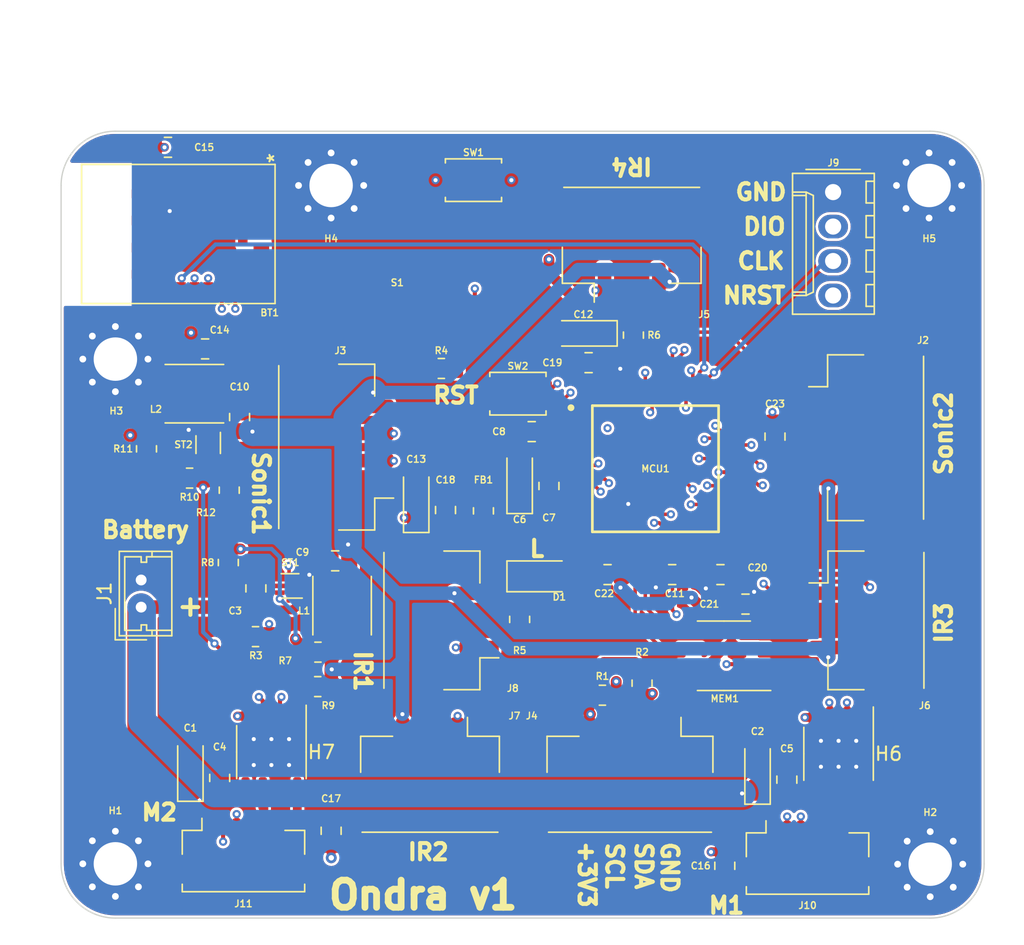
<source format=kicad_pcb>
(kicad_pcb (version 20211014) (generator pcbnew)
  (title_block (title "Ondra") (date "2023-01-18") (company "Krejsole"))
  (layers (0 "F.Cu" signal) (1 "In1.Cu" signal) (2 "In2.Cu" signal) (31 "B.Cu" signal) (34 "B.Paste" user) (35 "F.Paste" user) (36 "B.SilkS" user "B.Silkscreen") (37 "F.SilkS" user "F.Silkscreen") (38 "B.Mask" user) (39 "F.Mask" user) (44 "Edge.Cuts" user))
  (net 0 "")
  (net 1 "GND")
  (net 2 "+3V3")
  (net 3 "+BATT")
  (net 4 "NRST")
  (net 5 "+5V")
  (net 6 "DaL")
  (net 7 "DbL")
  (net 8 "Net-(C6-Pad1)")
  (net 9 "Net-(BT1-Pad19)")
  (net 10 "EbR")
  (net 11 "EaR")
  (net 12 "EbL")
  (net 13 "EaL")
  (net 14 "Net-(L1-Pad1)")
  (net 15 "Net-(L2-Pad1)")
  (net 16 "Net-(MCU1-Pad2)")
  (net 21 "Net-(J2-Pad2)")
  (net 22 "Net-(J2-Pad3)")
  (net 25 "Net-(J3-Pad2)")
  (net 28 "Net-(MCU1-Pad21)")
  (net 29 "Net-(MCU1-Pad22)")
  (net 30 "Net-(MCU1-Pad23)")
  (net 33 "Net-(J3-Pad3)")
  (net 34 "Net-(J5-Pad1)")
  (net 37 "SDA")
  (net 38 "SCL")
  (net 39 "Net-(J9-Pad3)")
  (net 40 "Net-(J6-Pad1)")
  (net 41 "Net-(J9-Pad2)")
  (net 45 "Net-(MCU1-Pad60)")
  (net 48 "Net-(J7-Pad1)")
  (net 49 "FB5V")
  (net 51 "FB3V3")
  (net 55 "Net-(D1-Pad1)")
  (net 56 "Net-(C11-Pad1)")
  (net 57 "Net-(J8-Pad1)")
  (net 66 "Net-(BT1-Pad20)")
  (net 67 "Net-(BT1-Pad21)")
  (net 68 "Net-(BT1-Pad22)")
  (net 69 "Net-(BT1-Pad23)")
  (net 82 "Net-(D1-Pad2)")
  (net 83 "Net-(R10-Pad2)")
  (net 84 "Switch")
  (net 90 "Net-(H7-Pad6)")
  (net 91 "Net-(H7-Pad8)")
  (net 93 "Net-(H6-Pad6)")
  (net 94 "Net-(H6-Pad8)")
  (net 95 "DaR")
  (net 96 "DbR")
  (footprint "Capacitor_Tantalum_SMD:CP_EIA-3216-18_Kemet-A_Pad1.58x1.35mm_HandSolder" (layer "F.Cu") (at 80.137 52.705 180)
    (fp_text reference "C12")
    (fp_text value "10u")
  )
  (footprint "LED_SMD:LED_1206_3216Metric_Pad1.42x1.75mm_HandSolder" (layer "F.Cu") (at 76.962 70.612)
    (fp_text reference "D1")
    (fp_text value "LED")
  )
  (footprint "Resistor_SMD:R_0805_2012Metric_Pad1.20x1.40mm_HandSolder" (layer "F.Cu") (at 55.98 75.057)
    (fp_text reference "R3")
    (fp_text value "100k")
  )
  (footprint "Connector_Molex:Molex_CLIK-Mate_502443-0370_1x03-1MP_P2.00mm_Vertical" (layer "F.Cu") (at 68.834 84.963 180)
    (fp_text reference "J7")
    (fp_text value "NXW-03SMD")
  )
  (footprint "Resistor_SMD:R_0805_2012Metric_Pad1.20x1.40mm_HandSolder" (layer "F.Cu") (at 81.534 79.375 180)
    (fp_text reference "R1")
    (fp_text value "33k")
  )
  (footprint "Package_SO:SOIC-8_3.9x4.9mm_P1.27mm" (layer "F.Cu") (at 90.4857 76.4693 180)
    (fp_text reference "MEM1")
    (fp_text value "AT25M01")
  )
  (footprint "Capacitor_SMD:C_0805_2012Metric_Pad1.18x1.45mm_HandSolder" (layer "F.Cu") (at 52.266 53.848)
    (fp_text reference "C14")
    (fp_text value "22u")
  )
  (footprint "Connector_Molex:Molex_CLIK-Mate_502443-0470_1x04-1MP_P2.00mm_Vertical" (layer "F.Cu") (at 62.201 61.087 90)
    (fp_text reference "J3")
    (fp_text value "NXW-04SMD")
  )
  (footprint "Capacitor_SMD:C_0805_2012Metric_Pad1.18x1.45mm_HandSolder" (layer "F.Cu") (at 92.0747 72.6593)
    (fp_text reference "C21")
    (fp_text value "100n")
  )
  (footprint "MountingHole:MountingHole_3.2mm_M3_Pad_Via" (layer "F.Cu") (at 105.6 41.802)
    (fp_text reference "H5")
    (fp_text value "MountingHole_Pad")
  )
  (footprint "Capacitor_SMD:C_0805_2012Metric_Pad1.18x1.45mm_HandSolder" (layer "F.Cu") (at 56.007 71.501 90)
    (fp_text reference "C3")
    (fp_text value "22u")
  )
  (footprint "Capacitor_SMD:C_0805_2012Metric_Pad1.18x1.45mm_HandSolder" (layer "F.Cu") (at 53.34 85.471 90)
    (fp_text reference "C4")
    (fp_text value "100n")
  )
  (footprint "Connector_Molex:Molex_CLIK-Mate_502443-0470_1x04-1MP_P2.00mm_Vertical" (layer "F.Cu") (at 100.684 60.396 -90)
    (fp_text reference "J2")
    (fp_text value "NXW-04SMD")
  )
  (footprint "Capacitor_SMD:C_0805_2012Metric_Pad1.18x1.45mm_HandSolder" (layer "F.Cu") (at 90.231 70.485 180)
    (fp_text reference "C20")
    (fp_text value "100n")
  )
  (footprint "Connector_Molex:Molex_CLIK-Mate_502443-0370_1x03-1MP_P2.00mm_Vertical" (layer "F.Cu") (at 69.95 73.858 90)
    (fp_text reference "J8")
    (fp_text value "NXW-03SMD")
  )
  (footprint "Resistor_SMD:R_0805_2012Metric_Pad1.20x1.40mm_HandSolder" (layer "F.Cu") (at 84.455 78.486 -90)
    (fp_text reference "R2")
    (fp_text value "33k")
  )
  (footprint "Capacitor_SMD:C_0805_2012Metric_Pad1.18x1.45mm_HandSolder" (layer "F.Cu") (at 90.551 91.948 -90)
    (fp_text reference "C16")
    (fp_text value "100n")
  )
  (footprint "Inductor_SMD:L_Coilcraft_XxL4040" (layer "F.Cu") (at 62.357 72.771 90)
    (fp_text reference "L1")
    (fp_text value "XAL4020-222MEC")
  )
  (footprint "MountingHole:MountingHole_3.2mm_M3_Pad_Via" (layer "F.Cu") (at 105.6834 91.8294)
    (fp_text reference "H2")
    (fp_text value "MountingHole_Pad")
  )
  (footprint "Package_TO_SOT_SMD:SOT-563" (layer "F.Cu") (at 52.493 60.904 -90)
    (fp_text reference "ST2")
    (fp_text value "TPS565242DRLR")
  )
  (footprint "Capacitor_SMD:C_0805_2012Metric_Pad1.18x1.45mm_HandSolder" (layer "F.Cu") (at 61.55 89.3675 90)
    (fp_text reference "C17")
    (fp_text value "100n")
  )
  (footprint "Capacitor_Tantalum_SMD:CP_EIA-3216-18_Kemet-A_Pad1.58x1.35mm_HandSolder" (layer "F.Cu") (at 92.964 84.9225 90)
    (fp_text reference "C2")
    (fp_text value "10u")
  )
  (footprint "Capacitor_SMD:C_0805_2012Metric_Pad1.18x1.45mm_HandSolder" (layer "F.Cu") (at 81.915 70.485 180)
    (fp_text reference "C22")
    (fp_text value "100n")
  )
  (footprint "Connector_Molex:Molex_CLIK-Mate_502443-0370_1x03-1MP_P2.00mm_Vertical" (layer "F.Cu") (at 100.711 73.858 -90)
    (fp_text reference "J6")
    (fp_text value "NXW-03SMD")
  )
  (footprint "Connector_Molex:Molex_CLIK-Mate_502443-0370_1x03-1MP_P2.00mm_Vertical" (layer "F.Cu") (at 83.693 46.453)
    (fp_text reference "J5")
    (fp_text value "NXW-03SMD")
  )
  (footprint "Capacitor_SMD:C_0805_2012Metric" (layer "F.Cu") (at 86.675 70.485 180)
    (fp_text reference "C11")
    (fp_text value "4u7")
  )
  (footprint "Button_Switch_SMD:SW_Push_SPST_NO_Alps_SKRK" (layer "F.Cu") (at 75.311 57.15 180)
    (fp_text reference "SW2")
    (fp_text value "SW_Push")
  )
  (footprint "Capacitor_SMD:C_0805_2012Metric_Pad1.18x1.45mm_HandSolder" (layer "F.Cu") (at 54.806 58.872 90)
    (fp_text reference "C10")
    (fp_text value "22u")
  )
  (footprint "Package_SO:HSOP-8-1EP_3.9x4.9mm_P1.27mm_EP2.41x3.1mm_ThermalVias" (layer "F.Cu") (at 57.15 83.566 -90)
    (fp_text reference "H7")
    (fp_text value "TB67H451AFNG,EL")
  )
  (footprint "Button_Switch_SMD:SW_Push_SPST_NO_Alps_SKRK" (layer "F.Cu") (at 72.036 41.41 180)
    (fp_text reference "SW1")
    (fp_text value "SW_Push")
  )
  (footprint "Connector_Molex:Molex_CLIK-Mate_502443-0470_1x04-1MP_P2.00mm_Vertical" (layer "F.Cu") (at 83.566 84.963 180)
    (fp_text reference "J4")
    (fp_text value "NXW-04SMD")
  )
  (footprint "MountingHole:MountingHole_3.2mm_M3_Pad_Via" (layer "F.Cu") (at 61.5489 41.802)
    (fp_text reference "H4")
    (fp_text value "MountingHole_Pad")
  )
  (footprint "Resistor_SMD:R_0805_2012Metric_Pad1.20x1.40mm_HandSolder" (layer "F.Cu") (at 53.975 69.596 90)
    (fp_text reference "R8")
    (fp_text value "R")
  )
  (footprint "Resistor_SMD:R_0805_2012Metric_Pad1.20x1.40mm_HandSolder" (layer "F.Cu") (at 69.67 55.29)
    (fp_text reference "R4")
    (fp_text value "25k5")
  )
  (footprint "nina-w152-03b:nina-w152-03b" (layer "F.Cu") (at 50.292 45.3777 180)
    (fp_text reference "BT1")
    (fp_text value "NINA-W152-03B")
  )
  (footprint "Capacitor_SMD:C_0805_2012Metric_Pad1.18x1.45mm_HandSolder" (layer "F.Cu") (at 61.849 69.469 180)
    (fp_text reference "C9")
    (fp_text value "22u")
  )
  (footprint "Inductor_SMD:L_Coilcraft_XxL4040" (layer "F.Cu") (at 51.477 57.15 180)
    (fp_text reference "L2")
    (fp_text value "XAL4020-222MEC")
  )
  (footprint "MountingHole:MountingHole_3.2mm_M3_Pad_Via" (layer "F.Cu") (at 45.656 91.802)
    (fp_text reference "H1")
    (fp_text value "MountingHole_Pad")
  )
  (footprint "Capacitor_SMD:C_0805_2012Metric_Pad1.18x1.45mm_HandSolder" (layer "F.Cu") (at 95.123 85.598 90)
    (fp_text reference "C5")
    (fp_text value "100n")
  )
  (footprint "Connector_Molex:Molex_Micro-Latch_53253-0270_1x02_P2.00mm_Vertical" (layer "F.Cu") (at 47.554 72.882 90)
    (fp_text reference "J1")
    (fp_text value "NXW-02")
  )
  (footprint "SamacSys_Parts:MSS6VTR" (layer "F.Cu") (at 72.136 48.966)
    (fp_text reference "S1")
    (fp_text value "JS202011SCQN" hide)
  )
  (footprint "Capacitor_SMD:C_0805_2012Metric_Pad1.18x1.45mm_HandSolder" (layer "F.Cu") (at 80.518 54.864 180)
    (fp_text reference "C19")
    (fp_text value "100n")
  )
  (footprint "Connector_JST:JST_SHL_SM06B-SHLS-TF_1x06-1MP_P1.00mm_Horizontal" (layer "F.Cu") (at 55.091 90.749)
    (fp_text reference "J11")
    (fp_text value "BM06BSRSSTBLFSN")
  )
  (footprint "Capacitor_SMD:C_0805_2012Metric_Pad1.18x1.45mm_HandSolder" (layer "F.Cu") (at 94.25 60.313 -90)
    (fp_text reference "C23")
    (fp_text value "100n")
  )
  (footprint "Resistor_SMD:R_0805_2012Metric_Pad1.20x1.40mm_HandSolder" (layer "F.Cu") (at 47.948 61.214 90)
    (fp_text reference "R11")
    (fp_text value "R")
  )
  (footprint "Resistor_SMD:R_0805_2012Metric_Pad1.20x1.40mm_HandSolder" (layer "F.Cu") (at 51.123 63.373)
    (fp_text reference "R10")
    (fp_text value "25k5")
  )
  (footprint "Connector_Molex:Molex_KK-254_AE-6410-04A_1x04_P2.54mm_Vertical" (layer "F.Cu") (at 98.532 42.291 -90)
    (fp_text reference "J9")
    (fp_text value "22232041")
  )
  (footprint "Resistor_SMD:R_0805_2012Metric_Pad1.20x1.40mm_HandSolder" (layer "F.Cu") (at 83.82 52.832 -90)
    (fp_text reference "R6")
    (fp_text value "10k")
  )
  (footprint "Resistor_SMD:R_0805_2012Metric_Pad1.20x1.40mm_HandSolder" (layer "F.Cu") (at 60.563 78.74 180)
    (fp_text reference "R9")
    (fp_text value "100k")
  )
  (footprint "Capacitor_Tantalum_SMD:CP_EIA-3216-18_Kemet-A_Pad1.58x1.35mm_HandSolder" (layer "F.Cu") (at 75.438 63.5 90)
    (fp_text reference "C6")
    (fp_text value "1u")
  )
  (footprint "Capacitor_SMD:C_0805_2012Metric_Pad1.18x1.45mm_HandSolder" (layer "F.Cu") (at 49.53 38.989)
    (fp_text reference "C15")
    (fp_text value "100n")
  )
  (footprint "Capacitor_SMD:C_0805_2012Metric_Pad1.18x1.45mm_HandSolder" (layer "F.Cu") (at 69.977 65.725 90)
    (fp_text reference "C18")
    (fp_text value "100n")
  )
  (footprint "Resistor_SMD:R_0805_2012Metric_Pad1.20x1.40mm_HandSolder" (layer "F.Cu") (at 75.438 73.787 -90)
    (fp_text reference "R5")
    (fp_text value "1k")
  )
  (footprint "Package_TO_SOT_SMD:SOT-563" (layer "F.Cu") (at 58.52 71.318 180)
    (fp_text reference "ST1")
    (fp_text value "TPS565242DRLR")
  )
  (footprint "Capacitor_SMD:C_0805_2012Metric_Pad1.18x1.45mm_HandSolder" (layer "F.Cu") (at 76.327 59.944)
    (fp_text reference "C8")
    (fp_text value "100n")
  )
  (footprint "Resistor_SMD:R_0805_2012Metric_Pad1.20x1.40mm_HandSolder" (layer "F.Cu") (at 54.044 64.262 90)
    (fp_text reference "R12")
    (fp_text value "R")
  )
  (footprint "Capacitor_SMD:C_0805_2012Metric_Pad1.18x1.45mm_HandSolder" (layer "F.Cu") (at 77.597 63.952 90)
    (fp_text reference "C7")
    (fp_text value "100n")
  )
  (footprint "Capacitor_Tantalum_SMD:CP_EIA-3216-18_Kemet-A_Pad1.58x1.35mm_HandSolder" (layer "F.Cu") (at 67.818 64.897 90)
    (fp_text reference "C13")
    (fp_text value "1u")
  )
  (footprint "Capacitor_Tantalum_SMD:CP_EIA-3216-18_Kemet-A_Pad1.58x1.35mm_HandSolder" (layer "F.Cu") (at 51.181 84.709 90)
    (fp_text reference "C1")
    (fp_text value "10u")
  )
  (footprint "SamacSys_Parts:QFP50P1200X1200X160-64N" (layer "F.Cu") (at 85.444 62.682)
    (fp_text reference "MCU1")
    (fp_text value "STM32F446RET6U" hide)
  )
  (footprint "Resistor_SMD:R_0805_2012Metric_Pad1.20x1.40mm_HandSolder" (layer "F.Cu") (at 60.579 76.2)
    (fp_text reference "R7")
    (fp_text value "R")
  )
  (footprint "Connector_JST:JST_SHL_SM06B-SHLS-TF_1x06-1MP_P1.00mm_Horizontal" (layer "F.Cu") (at 96.647 90.932)
    (fp_text reference "J10")
    (fp_text value "BM06BSRSSTBLFSN")
  )
  (footprint "Package_SO:HSOP-8-1EP_3.9x4.9mm_P1.27mm_EP2.41x3.1mm_ThermalVias" (layer "F.Cu") (at 98.933 83.693 -90)
    (fp_text reference "H6")
    (fp_text value "TB67H451AFNG,EL")
  )
  (footprint "MountingHole:MountingHole_3.2mm_M3_Pad_Via" (layer "F.Cu") (at 45.656 54.6)
    (fp_text reference "H3")
    (fp_text value "MountingHole_Pad")
  )
  (footprint "Resistor_SMD:R_0805_2012Metric_Pad1.20x1.40mm_HandSolder" (layer "F.Cu") (at 72.771 65.786 -90)
    (fp_text reference "FB1")
    (fp_text value "BLM21AH102SN1D")
  )
  (gr_line (start 41.656 91.802) (end 41.656 41.802) (layer "Edge.Cuts") (width 0.1))
  (gr_line (start 109.656 91.802) (end 109.656 41.802) (layer "Edge.Cuts") (width 0.1))
  (gr_line (start 45.656 37.802) (end 105.656 37.802) (layer "Edge.Cuts") (width 0.1))
  (gr_arc (start 109.656 91.802) (mid 108.49251 94.63851) (end 105.656 95.802) (layer "Edge.Cuts") (width 0.1))
  (gr_arc (start 45.656 95.802) (mid 42.827573 94.630427) (end 41.656 91.802) (layer "Edge.Cuts") (width 0.1))
  (gr_arc (start 105.656 37.802) (mid 108.484427 38.973573) (end 109.656 41.802) (layer "Edge.Cuts") (width 0.1))
  (gr_arc (start 41.656 41.802) (mid 42.827573 38.973573) (end 45.656 37.802) (layer "Edge.Cuts") (width 0.1))
  (gr_line (start 45.656 95.802) (end 105.656 95.802) (layer "Edge.Cuts") (width 0.1))
  (gr_text "L" (at 76.708 68.58) (layer "F.SilkS") (effects (font (size 1.2 1.2) (thickness 0.3))))
  (gr_text "SCL" (at 82.423 91.948 270) (layer "F.SilkS") (effects (font (size 1.2 1.2) (thickness 0.3))))
  (gr_text "+3V3" (at 80.391 92.583 270) (layer "F.SilkS") (effects (font (size 1.2 1.2) (thickness 0.3))))
  (gr_text "CLK" (at 93.218 47.371) (layer "F.SilkS") (effects (font (size 1.2 1.2) (thickness 0.3))))
  (gr_text "M2" (at 48.895 88.011) (layer "F.SilkS") (effects (font (size 1.2 1.2) (thickness 0.3))))
  (gr_text "NRST" (at 92.71 49.911) (layer "F.SilkS") (effects (font (size 1.2 1.2) (thickness 0.3))))
  (gr_text "GND" (at 93.218 42.291) (layer "F.SilkS") (effects (font (size 1.2 1.2) (thickness 0.3))))
  (gr_text "Sonic1" (at 56.388 64.516 270) (layer "F.SilkS") (effects (font (size 1.2 1.2) (thickness 0.3))))
  (gr_text "IR1" (at 63.881 77.597 270) (layer "F.SilkS") (effects (font (size 1.2 1.2) (thickness 0.3))))
  (gr_text "SDA" (at 84.582 91.948 270) (layer "F.SilkS") (effects (font (size 1.2 1.2) (thickness 0.3))))
  (gr_text "IR4" (at 83.693 40.386 180) (layer "F.SilkS") (effects (font (size 1.2 1.2) (thickness 0.3))))
  (gr_text "+" (at 51.181 72.771) (layer "F.SilkS") (effects (font (size 1.5 1.5) (thickness 0.3))))
  (gr_text "DIO" (at 93.472 44.831) (layer "F.SilkS") (effects (font (size 1.2 1.2) (thickness 0.3))))
  (gr_text "Battery" (at 47.879 67.183) (layer "F.SilkS") (effects (font (size 1.2 1.2) (thickness 0.3))))
  (gr_text "IR2" (at 68.707 90.932) (layer "F.SilkS") (effects (font (size 1.2 1.2) (thickness 0.3))))
  (gr_text "IR3" (at 106.68 74.041 90) (layer "F.SilkS") (effects (font (size 1.2 1.2) (thickness 0.3))))
  (gr_text "Sonic2" (at 106.68 60.071 90) (layer "F.SilkS") (effects (font (size 1.2 1.2) (thickness 0.3))))
  (gr_text "RST" (at 70.739 57.277) (layer "F.SilkS") (effects (font (size 1.2 1.2) (thickness 0.3))))
  (gr_text "GND" (at 86.487 92.075 270) (layer "F.SilkS") (effects (font (size 1.2 1.2) (thickness 0.3))))
  (gr_text "M1" (at 90.678 94.869) (layer "F.SilkS") (effects (font (size 1.2 1.2) (thickness 0.3))))
  (gr_text "Ondra v1" (at 68.326 94.107) (layer "F.SilkS") (effects (font (size 2 2) (thickness 0.5))))
  (segment (start 78.783 64.432) (end 78.613 64.262) (width 0.26) (layer "F.Cu") (net 1))
  (segment (start 51.4883 39.5503) (end 50.927 38.989) (width 0.65) (layer "F.Cu") (net 1))
  (segment (start 51.4883 44.7262) (end 51.4121 44.8024) (width 0.65) (layer "F.Cu") (net 1))
  (segment (start 47.5602 46.3785) (end 49.8361 46.3785) (width 0.65) (layer "F.Cu") (net 1))
  (segment (start 49.6932 43.6518) (end 49.657 43.688) (width 0.26) (layer "F.Cu") (net 1))
  (segment (start 49.8361 46.3785) (end 50.2615 45.953) (width 0.65) (layer "F.Cu") (net 1))
  (segment (start 51.4883 41.2527) (end 51.4883 44.7262) (width 0.65) (layer "F.Cu") (net 1))
  (segment (start 78.613 63.119) (end 78.496 63.002) (width 0.26) (layer "F.Cu") (net 1))
  (segment (start 79.706 64.432) (end 78.783 64.432) (width 0.26) (layer "F.Cu") (net 1))
  (segment (start 89.154 71.501) (end 88.694 71.041) (width 0.26) (layer "F.Cu") (net 1))
  (segment (start 50.2615 43.6518) (end 49.6932 43.6518) (width 0.26) (layer "F.Cu") (net 1))
  (segment (start 51.4883 41.2527) (end 51.4883 39.5503) (width 0.65) (layer "F.Cu") (net 1))
  (segment (start 50.927 38.989) (end 50.5675 38.989) (width 0.65) (layer "F.Cu") (net 1))
  (segment (start 88.694 71.041) (end 88.694 68.42) (width 0.26) (layer "F.Cu") (net 1))
  (segment (start 78.613 64.262) (end 78.613 63.119) (width 0.26) (layer "F.Cu") (net 1))
  (segment (start 49.8361 44.3769) (end 50.2615 44.8024) (width 0.65) (layer "F.Cu") (net 1))
  (segment (start 78.496 63.002) (end 77.597 63.002) (width 0.26) (layer "F.Cu") (net 1))
  (segment (start 47.5602 44.3769) (end 49.8361 44.3769) (width 0.65) (layer "F.Cu") (net 1))
  (via (at 49.657 43.688) (size 0.6) (drill 0.3) (layers "F.Cu" "B.Cu") (net 1))
  (via (at 59.944 70.4995) (size 0.6) (drill 0.3) (layers "F.Cu" "B.Cu") (net 1))
  (via (at 82.85 55.313) (size 0.6) (drill 0.3) (layers "F.Cu" "B.Cu") (net 1))
  (via (at 51.054 59.817) (size 0.6) (drill 0.3) (layers "F.Cu" "B.Cu") (net 1))
  (via (at 83.439 65.278) (size 0.6) (drill 0.3) (layers "F.Cu" "B.Cu") (net 1))
  (via (at 92.71 71.755) (size 0.6) (drill 0.3) (layers "F.Cu" "B.Cu") (net 1))
  (via (at 89.154 71.501) (size 0.6) (drill 0.3) (layers "F.Cu" "B.Cu") (net 1))
  (via (at 85.471 71.428) (size 0.6) (drill 0.3) (layers "F.Cu" "B.Cu") (net 1))
  (segment (start 98.933 82.738) (end 98.933 83.693) (width 0.26) (layer "B.Cu") (net 1))
  (segment (start 57.15 84.521) (end 57.15 83.566) (width 0.26) (layer "B.Cu") (net 1))
  (segment (start 89.3492 77.1043) (end 91.0372 75.4162) (width 0.65) (layer "F.Cu") (net 2))
  (segment (start 89.5565 90.9105) (end 89.535 90.932) (width 0.65) (layer "F.Cu") (net 2))
  (segment (start 88.6307 77.1043) (end 88.011 77.724) (width 0.26) (layer "F.Cu") (net 2))
  (segment (start 96.774 90.805) (end 97.155 90.424) (width 0.65) (layer "F.Cu") (net 2))
  (segment (start 69.977 66.675) (end 69.988 66.686) (width 0.65) (layer "F.Cu") (net 2))
  (segment (start 90.551 90.9105) (end 89.5565 90.9105) (width 0.65) (layer "F.Cu") (net 2))
  (segment (start 88.0107 77.1043) (end 88.6307 77.1043) (width 0.65) (layer "F.Cu") (net 2))
  (segment (start 82.865 71.44) (end 82.865 70.485) (width 0.65) (layer "F.Cu") (net 2))
  (segment (start 50.292 57.15) (end 50.292 54.7845) (width 1) (layer "F.Cu") (net 2))
  (segment (start 93.134 58.952) (end 91.186 58.952) (width 0.26) (layer "F.Cu") (net 2))
  (segment (start 79.706 58.216) (end 80.772 57.15) (width 0.26) (layer "F.Cu") (net 2))
  (segment (start 47.4853 39.9962) (end 47.4853 41.2527) (width 0.65) (layer "F.Cu") (net 2))
  (segment (start 48.4925 38.989) (end 48.774 38.989) (width 0.65) (layer "F.Cu") (net 2))
  (segment (start 69.897 66.755) (end 69.9333 66.7187) (width 0.65) (layer "F.Cu") (net 2))
  (segment (start 72.671 66.686) (end 72.771 66.786) (width 0.26) (layer "F.Cu") (net 2))
  (segment (start 91.0372 72.6593) (end 91.0372 75.4162) (width 0.65) (layer "F.Cu") (net 2))
  (segment (start 101.25 71.413) (end 100.2994 70.4624) (width 0.38) (layer "F.Cu") (net 2))
  (segment (start 67.818 66.3345) (end 67.3975 66.3345) (width 0.65) (layer "F.Cu") (net 2))
  (segment (start 90.551 90.9105) (end 90.6565 90.805) (width 0.65) (layer "F.Cu") (net 2))
  (segment (start 48.774 38.989) (end 48.4925 38.989) (width 0.65) (layer "F.Cu") (net 2))
  (segment (start 91.0372 75.4162) (end 91.4553 75.8343) (width 0.65) (layer "F.Cu") (net 2))
  (segment (start 69.936 41.41) (end 69.242 41.41) (width 2.03) (layer "F.Cu") (net 2))
  (segment (start 88.5844 72.6593) (end 91.0372 72.6593) (width 0.8) (layer "F.Cu") (net 2))
  (segment (start 77.597 48.26) (end 81.5745 52.2375) (width 0.8) (layer "F.Cu") (net 2))
  (segment (start 80.566 82.463) (end 80.566 80.851) (width 0.8) (layer "F.Cu") (net 2))
  (segment (start 96.45 81.013) (end 96.998 81.013) (width 0.65) (layer "F.Cu") (net 2))
  (segment (start 80.534 79.375) (end 80.534 78.089) (width 0.8) (layer "F.Cu") (net 2))
  (segment (start 88.6307 77.1043) (end 89.3492 77.1043) (width 0.65) (layer "F.Cu") (net 2))
  (segment (start 82.867 70.3995) (end 82.9525 70.485) (width 0.26) (layer "F.Cu") (net 2))
  (segment (start 80.534 78.089) (end 81.661 76.962) (width 0.8) (layer "F.Cu") (net 2))
  (segment (start 94.060876 59.2755) (end 93.4575 59.2755) (width 0.26) (layer "F.Cu") (net 2))
  (segment (start 81.5745 54.845) (end 81.565 54.8545) (width 1) (layer "F.Cu") (net 2))
  (segment (start 67.818 66.755) (end 69.897 66.755) (width 0.65) (layer "F.Cu") (net 2))
  (segment (start 50.292 54.7845) (end 51.2285 53.848) (width 1) (layer "F.Cu") (net 2))
  (segment (start 81.661 76.962) (end 83.931 76.962) (width 0.8) (layer "F.Cu") (net 2))
  (segment (start 93.4575 59.2755) (end 93.134 58.952) (width 0.26) (layer "F.Cu") (net 2))
  (segment (start 82.7795 70.3995) (end 82.694 70.314) (width 0.26) (layer "F.Cu") (net 2))
  (segment (start 81.694 56.944) (end 81.694 55.071) (width 0.26) (layer "F.Cu") (net 2))
  (segment (start 48.774 38.989) (end 49.276 38.989) (width 0.65) (layer "F.Cu") (net 2))
  (segment (start 81.341 55.438) (end 81.341 54.864) (width 0.26) (layer "F.Cu") (net 2))
  (segment (start 69.977 66.7625) (end 69.9333 66.7188) (width 0.26) (layer "F.Cu") (net 2))
  (segment (start 88.011 77.724) (end 88.0107 77.7243) (width 2.03) (layer "F.Cu") (net 2))
  (segment (start 100.2994 70.4624) (end 91.2911 70.4624) (width 0.38) (layer "F.Cu") (net 2))
  (segment (start 77.597 47.244) (end 77.597 48.26) (width 0.8) (layer "F.Cu") (net 2))
  (segment (start 91.4553 75.8343) (end 92.9607 75.8343) (width 0.65) (layer "F.Cu") (net 2))
  (segment (start 97.155 89.265) (end 97.147 89.257) (width 0.65) (layer "F.Cu") (net 2))
  (segment (start 61.55 91.35) (end 61.56 91.36) (width 0.65) (layer "F.Cu") (net 2))
  (segment (start 91.2911 70.4624) (end 91.2685 70.485) (width 0.38) (layer "F.Cu") (net 2))
  (segment (start 66.9695 66.3345) (end 66.929 66.294) (width 0.65) (layer "F.Cu") (net 2))
  (segment (start 82.694 70.314) (end 82.694 68.42) (width 0.26) (layer "F.Cu") (net 2))
  (segment (start 80.566 80.851) (end 80.645 80.772) (width 0.8) (layer "F.Cu") (net 2))
  (segment (start 54.65 80.913) (end 54.653 80.916) (width 0.65) (layer "F.Cu") (net 2))
  (segment (start 69.9333 66.7187) (end 69.977 66.675) (width 0.65) (layer "F.Cu") (net 2))
  (segment (start 80.772 57.15) (end 80.772 56.007) (width 0.26) (layer "F.Cu") (net 2))
  (segment (start 81.5745 52.705) (end 81.5745 54.845) (width 1) (layer "F.Cu") (net 2))
  (segment (start 81.694 55.071) (end 81.487 54.864) (width 0.26) (layer "F.Cu") (net 2))
  (segment (start 80.534 80.661) (end 80.645 80.772) (width 0.8) (layer "F.Cu") (net 2))
  (segment (start 67.3975 66.3345) (end 66.9695 66.3345) (width 0.65) (layer "F.Cu") (net 2))
  (segment (start 90.6565 90.805) (end 96.774 90.805) (width 0.65) (layer "F.Cu") (net 2))
  (segment (start 55.591 89.6536) (end 55.591 89.074) (width 0.65) (layer "F.Cu") (net 2))
  (segment (start 89.194 68.42) (end 90.391 68.42) (width 0.26) (layer "F.Cu") (net 2))
  (segment (start 82.7795 70.3995) (end 82.867 70.3995) (width 0.26) (layer "F.Cu") (net 2))
  (segment (start 69.9333 66.7188) (end 69.9333 66.7187) (width 0.26) (layer "F.Cu") (net 2))
  (segment (start 81.565 54.8545) (end 81.5555 54.864) (width 1) (layer "F.Cu") (net 2))
  (segment (start 83.931 76.962) (end 84.455 77.486) (width 0.8) (layer "F.Cu") (net 2))
  (segment (start 72.671 66.686) (end 72.771 66.686) (width 0.65) (layer "F.Cu") (net 2))
  (segment (start 81.487 54.864) (end 81.341 54.864) (width 0.65) (layer "F.Cu") (net 2))
  (segment (start 91.2685 69.2975) (end 91.2685 70.485) (width 0.26) (layer "F.Cu") (net 2))
  (segment (start 48.4925 38.989) (end 47.4853 39.9962) (width 0.65) (layer "F.Cu") (net 2))
  (segment (start 81.5745 52.2375) (end 81.5745 52.705) (width 0.8) (layer "F.Cu") (net 2))
  (segment (start 61.55 90.405) (end 61.55 91.35) (width 0.65) (layer "F.Cu") (net 2))
  (segment (start 82.865 70.485) (end 82.7795 70.3995) (width 0.26) (layer "F.Cu") (net 2))
  (segment (start 90.391 68.42) (end 91.2685 69.2975) (width 0.26) (layer "F.Cu") (net 2))
  (segment (start 80.772 56.007) (end 81.341 55.438) (width 0.26) (layer "F.Cu") (net 2))
  (segment (start 88.0107 77.7243) (end 88.0107 78.3743) (width 2.03) (layer "F.Cu") (net 2))
  (segment (start 97.155 90.424) (end 97.155 89.265) (width 0.65) (layer "F.Cu") (net 2))
  (segment (start 96.998 81.013) (end 97.028 81.043) (width 0.65) (layer "F.Cu") (net 2))
  (segment (start 46.752 60.214) (end 47.948 60.214) (width 1) (layer "F.Cu") (net 2))
  (segment (start 94.060876 58.502124) (end 94.060876 59.2755) (width 0.26) (layer "F.Cu") (net 2))
  (segment (start 56.3424 90.405) (end 55.591 89.6536) (width 0.65) (layer "F.Cu") (net 2))
  (segment (start 88.0995 72.1745) (end 88.5844 72.6593) (width 0.8) (layer "F.Cu") (net 2))
  (segment (start 51.2285 52.6575) (end 51.2285 53.848) (width 1) (layer "F.Cu") (net 2))
  (segment (start 61.55 90.405) (end 56.3424 90.405) (width 0.65) (layer "F.Cu") (net 2))
  (segment (start 54.653 80.916) (end 55.245 80.916) (width 0.65) (layer "F.Cu") (net 2))
  (segment (start 69.988 66.686) (end 72.671 66.686) (width 0.65) (layer "F.Cu") (net 2))
  (segment (start 81.4965 54.8545) (end 81.487 54.864) (width 0.26) (layer "F.Cu") (net 2))
  (segment (start 80.534 79.375) (end 80.534 80.661) (width 0.8) (layer "F.Cu") (net 2))
  (segment (start 67.3975 66.3345) (end 67.818 66.755) (width 0.26) (layer "F.Cu") (net 2))
  (segment (start 81.565 54.8545) (end 81.4965 54.8545) (width 0.26) (layer "F.Cu") (net 2))
  (segment (start 79.706 58.932) (end 79.706 58.216) (width 0.26) (layer "F.Cu") (net 2))
  (via (at 51.2285 52.6575) (size 0.6) (drill 0.3) (layers "F.Cu" "B.Cu") (net 2))
  (via (at 88.0995 72.1745) (size 0.6) (drill 0.3) (layers "F.Cu" "B.Cu") (net 2))
  (via (at 77.597 47.244) (size 0.6) (drill 0.3) (layers "F.Cu" "B.Cu") (net 2))
  (via (at 69.242 41.41) (size 0.6) (drill 0.3) (layers "F.Cu" "B.Cu") (net 2))
  (via (at 82.865 71.44) (size 0.6) (drill 0.3) (layers "F.Cu" "B.Cu") (net 2))
  (via (at 101.25 71.413) (size 0.6) (drill 0.3) (layers "F.Cu" "B.Cu") (net 2))
  (via (at 61.56 91.36) (size 0.8) (drill 0.4) (layers "F.Cu" "B.Cu") (net 2))
  (via (at 96.45 81.013) (size 0.6) (drill 0.3) (layers "F.Cu" "B.Cu") (net 2))
  (via (at 46.752 60.214) (size 0.6) (drill 0.3) (layers "F.Cu" "B.Cu") (net 2))
  (via (at 66.929 66.294) (size 0.6) (drill 0.3) (layers "F.Cu" "B.Cu") (net 2))
  (via (at 49.276 38.989) (size 0.6) (drill 0.3) (layers "F.Cu" "B.Cu") (net 2))
  (via (at 89.535 90.932) (size 0.6) (drill 0.3) (layers "F.Cu" "B.Cu") (net 2))
  (via (at 54.65 80.913) (size 0.6) (drill 0.3) (layers "F.Cu" "B.Cu") (net 2))
  (via (at 94.060876 58.502124) (size 0.6) (drill 0.3) (layers "F.Cu" "B.Cu") (net 2))
  (via (at 80.645 80.772) (size 0.6) (drill 0.3) (layers "F.Cu" "B.Cu") (net 2))
  (segment (start 82.865 71.44) (end 84.053 72.628) (width 1) (layer "B.Cu") (net 2))
  (segment (start 84.053 72.628) (end 86.335 72.628) (width 1) (layer "B.Cu") (net 2))
  (segment (start 86.7885 72.1745) (end 88.0995 72.1745) (width 1) (layer "B.Cu") (net 2))
  (segment (start 86.335 72.628) (end 86.7885 72.1745) (width 1) (layer "B.Cu") (net 2))
  (segment (start 97.028 86.343) (end 96.9405 86.2555) (width 0.26) (layer "F.Cu") (net 3))
  (segment (start 59.309 72.1361) (end 59.309 72.1363) (width 0.65) (layer "F.Cu") (net 3))
  (segment (start 97.028 86.168) (end 96.9405 86.2555) (width 0.8) (layer "F.Cu") (net 3))
  (segment (start 91.948 86.487) (end 92.964 86.487) (width 0.8) (layer "F.Cu") (net 3))
  (segment (start 56.007 72.578) (end 56.007 72.5385) (width 0.26) (layer "F.Cu") (net 3))
  (segment (start 59.309 72.1363) (end 59.309 72.1367) (width 0.65) (layer "F.Cu") (net 3))
  (segment (start 53.34 86.5085) (end 53.34 86.421) (width 0.26) (layer "F.Cu") (net 3))
  (segment (start 51.181 86.186) (end 51.1415 86.186) (width 2.03) (layer "F.Cu") (net 3))
  (segment (start 95.076 86.487) (end 95.123 86.44) (width 0.8) (layer "F.Cu") (net 3))
  (segment (start 95.123 86.44) (end 95.123 86.548) (width 0.8) (layer "F.Cu") (net 3))
  (segment (start 59.309 72.1479) (end 59.309 72.1598) (width 0.65) (layer "F.Cu") (net 3))
  (segment (start 59.309 72.1367) (end 59.309 72.1374) (width 0.65) (layer "F.Cu") (net 3))
  (segment (start 59.309 72.3265) (end 59.309 72.517) (width 0.65) (layer "F.Cu") (net 3))
  (segment (start 59.309 72.1419) (end 59.309 72.1479) (width 0.65) (layer "F.Cu") (net 3))
  (segment (start 59.309 72.2312) (end 59.309 72.3265) (width 0.65) (layer "F.Cu") (net 3))
  (segment (start 91.821 86.614) (end 91.948 86.487) (width 0.8) (layer "F.Cu") (net 3))
  (segment (start 59.309 72.136) (end 59.309 72.1361) (width 0.65) (layer "F.Cu") (net 3))
  (segment (start 92.964 86.36) (end 92.964 86.487) (width 0.26) (layer "F.Cu") (net 3))
  (segment (start 55.04 86.421) (end 53.34 86.421) (width 1) (layer "F.Cu") (net 3))
  (segment (start 50.372 86.186) (end 47.554 83.368) (width 2.03) (layer "F.Cu") (net 3))
  (segment (start 59.309 72.1598) (end 59.309 72.1836) (width 0.65) (layer "F.Cu") (net 3))
  (segment (start 53.34 86.421) (end 51.416 86.421) (width 1) (layer "F.Cu") (net 3))
  (segment (start 59.309 72.1374) (end 59.309 72.1389) (width 0.65) (layer "F.Cu") (net 3))
  (segment (start 59.309 72.1836) (end 59.309 72.2312) (width 0.65) (layer "F.Cu") (net 3))
  (segment (start 54.98 73.903) (end 54.98 73.605) (width 1) (layer "F.Cu") (net 3))
  (segment (start 51.1415 86.186) (end 51.181 86.1465) (width 0.26) (layer "F.Cu") (net 3))
  (segment (start 54.98 73.605) (end 56.007 72.578) (width 1) (layer "F.Cu") (net 3))
  (segment (start 47.554 72.882) (end 53.959 72.882) (width 1) (layer "F.Cu") (net 3))
  (segment (start 47.554 83.368) (end 47.554 72.882) (width 2.03) (layer "F.Cu") (net 3))
  (segment (start 51.416 86.421) (end 51.181 86.186) (width 1) (layer "F.Cu") (net 3))
  (segment (start 95.123 86.6355) (end 95.123 86.548) (width 0.26) (layer "F.Cu") (net 3))
  (segment (start 96.756 86.44) (end 95.123 86.44) (width 0.8) (layer "F.Cu") (net 3))
  (segment (start 54.98 73.903) (end 54.98 75.057) (width 1) (layer "F.Cu") (net 3))
  (segment (start 59.309 72.517) (end 58.738 73.088) (width 0.65) (layer "F.Cu") (net 3))
  (segment (start 53.959 72.882) (end 54.98 73.903) (width 1) (layer "F.Cu") (net 3))
  (segment (start 92.964 86.487) (end 95.076 86.487) (width 0.8) (layer "F.Cu") (net 3))
  (segment (start 56.517 73.088) (end 56.007 72.578) (width 0.65) (layer "F.Cu") (net 3))
  (segment (start 58.738 73.088) (end 56.517 73.088) (width 0.65) (layer "F.Cu") (net 3))
  (segment (start 96.9405 86.2555) (end 96.756 86.44) (width 0.8) (layer "F.Cu") (net 3))
  (segment (start 59.309 72.1389) (end 59.309 72.1419) (width 0.65) (layer "F.Cu") (net 3))
  (segment (start 51.1415 86.186) (end 50.372 86.186) (width 2.03) (layer "F.Cu") (net 3))
  (segment (start 54.98 75.057) (end 54.98 73.903) (width 1) (layer "F.Cu") (net 3))
  (segment (start 55.245 86.216) (end 55.04 86.421) (width 1) (layer "F.Cu") (net 3))
  (via (at 91.821 86.614) (size 0.6) (drill 0.3) (layers "F.Cu" "B.Cu") (net 3))
  (segment (start 47.625 81.28) (end 52.959 86.614) (width 2.03) (layer "B.Cu") (net 3))
  (segment (start 47.554 72.882) (end 47.625 72.953) (width 2.03) (layer "B.Cu") (net 3))
  (segment (start 52.959 86.614) (end 91.821 86.614) (width 2.03) (layer "B.Cu") (net 3))
  (segment (start 47.625 72.953) (end 47.625 81.28) (width 2.03) (layer "B.Cu") (net 3))
  (segment (start 77.3645 59.944) (end 77.3645 60.6005) (width 0.26) (layer "F.Cu") (net 4))
  (segment (start 78.696 61.932) (end 79.706 61.932) (width 0.26) (layer "F.Cu") (net 4))
  (segment (start 79.3525 61.932) (end 79.3325 61.912) (width 0.26) (layer "F.Cu") (net 4))
  (segment (start 77.3645 60.6005) (end 78.696 61.932) (width 0.26) (layer "F.Cu") (net 4))
  (segment (start 79.706 61.932) (end 79.3525 61.932) (width 0.26) (layer "F.Cu") (net 4))
  (segment (start 78.1578 56.4032) (end 78.2168 56.4032) (width 0.3) (layer "F.Cu") (net 4))
  (segment (start 77.411 57.15) (end 78.1578 56.4032) (width 0.3) (layer "F.Cu") (net 4))
  (segment (start 77.3645 59.944) (end 77.3645 57.1965) (width 0.3) (layer "F.Cu") (net 4))
  (segment (start 77.3645 57.1965) (end 77.411 57.15) (width 0.3) (layer "F.Cu") (net 4))
  (via (at 78.2168 56.4032) (size 0.6) (drill 0.3) (layers "F.Cu" "B.Cu") (net 4))
  (segment (start 66.834 80.804) (end 66.802 80.772) (width 0.26) (layer "F.Cu") (net 5))
  (segment (start 53.213 60.154) (end 54.474 60.154) (width 0.65) (layer "F.Cu") (net 5))
  (segment (start 61.579 76.2) (end 61.579 77.454) (width 1) (layer "F.Cu") (net 5))
  (segment (start 62.357 71.586) (end 62.399 71.586) (width 1) (layer "F.Cu") (net 5))
  (segment (start 98.171 76.581) (end 98.211 76.541) (width 1) (layer "F.Cu") (net 5))
  (segment (start 55.753 59.944) (end 54.8405 59.944) (width 1) (layer "F.Cu") (net 5))
  (segment (start 54.474 60.154) (end 54.64 59.988) (width 0.65) (layer "F.Cu") (net 5))
  (segment (start 64.701 57.126) (end 64.643 57.068) (width 1) (layer "F.Cu") (net 5))
  (segment (start 85.751 48.895) (end 85.693 48.953) (width 1) (layer "F.Cu") (net 5))
  (segment (start 61.579 77.454) (end 61.595 77.47) (width 1) (layer "F.Cu") (net 5))
  (segment (start 66.834 82.463) (end 66.834 80.804) (width 0.26) (layer "F.Cu") (net 5))
  (segment (start 61.563 77.502) (end 61.595 77.47) (width 0.26) (layer "F.Cu") (net 5))
  (segment (start 54.8405 59.944) (end 54.806 59.9095) (width 1) (layer "F.Cu") (net 5))
  (segment (start 54.64 59.988) (end 54.806 59.822) (width 0.65) (layer "F.Cu") (net 5))
  (segment (start 54.64 59.988) (end 54.7275 59.988) (width 0.26) (layer "F.Cu") (net 5))
  (segment (start 62.399 71.586) (end 62.799 71.186) (width 1) (layer "F.Cu") (net 5))
  (segment (start 62.799 69.7255) (end 62.8865 69.638) (width 0.26) (layer "F.Cu") (net 5))
  (segment (start 62.799 71.186) (end 62.799 69.7255) (width 1) (layer "F.Cu") (net 5))
  (segment (start 86.487 48.895) (end 85.751 48.895) (width 1) (layer "F.Cu") (net 5))
  (segment (start 54.7275 59.988) (end 54.806 59.9095) (width 0.26) (layer "F.Cu") (net 5))
  (segment (start 61.563 78.74) (end 61.563 77.502) (width 1) (layer "F.Cu") (net 5))
  (segment (start 64.701 58.087) (end 64.701 57.126) (width 1) (layer "F.Cu") (net 5))
  (segment (start 62.8865 69.638) (end 62.8865 69.469) (width 0.26) (layer "F.Cu") (net 5))
  (segment (start 98.211 76.541) (end 98.211 75.858) (width 1) (layer "F.Cu") (net 5))
  (segment (start 62.799 69.7255) (end 62.799 68.265) (width 1) (layer "F.Cu") (net 5))
  (segment (start 98.184 64.135) (end 98.184 63.396) (width 1) (layer "F.Cu") (net 5))
  (segment (start 70.636 71.858) (end 72.45 71.858) (width 1) (layer "F.Cu") (net 5))
  (via (at 86.487 48.895) (size 0.6) (drill 0.3) (layers "F.Cu" "B.Cu") (net 5))
  (via (at 66.802 80.772) (size 0.6) (drill 0.3) (layers "F.Cu" "B.Cu") (net 5))
  (via (at 98.184 64.135) (size 0.6) (drill 0.3) (layers "F.Cu" "B.Cu") (net 5))
  (via (at 61.595 77.47) (size 0.6) (drill 0.3) (layers "F.Cu" "B.Cu") (net 5))
  (via (at 55.753 59.944) (size 0.6) (drill 0.3) (layers "F.Cu" "B.Cu") (net 5))
  (via (at 62.799 68.265) (size 0.6) (drill 0.3) (layers "F.Cu" "B.Cu") (net 5))
  (via (at 64.643 57.068) (size 0.6) (drill 0.3) (layers "F.Cu" "B.Cu") (net 5))
  (via (at 70.636 71.858) (size 0.6) (drill 0.3) (layers "F.Cu" "B.Cu") (net 5))
  (via (at 98.171 76.581) (size 0.6) (drill 0.3) (layers "F.Cu" "B.Cu") (net 5))
  (segment (start 66.8 72.266) (end 66.8 76.81) (width 1) (layer "B.Cu") (net 5))
  (segment (start 97.536 75.946) (end 98.171 76.581) (width 1) (layer "B.Cu") (net 5))
  (segment (start 98.171 76.581) (end 98.184 76.568) (width 1) (layer "B.Cu") (net 5))
  (segment (start 79.756 48.006) (end 85.598 48.006) (width 1) (layer "B.Cu") (net 5))
  (segment (start 66.392 71.858) (end 62.799 68.265) (width 1) (layer "B.Cu") (net 5))
  (segment (start 70.636 71.858) (end 66.651 71.858) (width 1) (layer "B.Cu") (net 5))
  (segment (start 66.802 80.772) (end 66.802 72.009) (width 1) (layer "B.Cu") (net 5))
  (segment (start 62.738 58.973) (end 64.643 57.068) (width 2.03) (layer "B.Cu") (net 5))
  (segment (start 62.738 60.078) (end 62.738 58.973) (width 2.03) (layer "B.Cu") (net 5))
  (segment (start 85.598 48.006) (end 86.487 48.895) (width 1) (layer "B.Cu") (net 5))
  (segment (start 66.8 76.81) (end 66.14 77.47) (width 1) (layer "B.Cu") (net 5))
  (segment (start 64.643 57.068) (end 70.694 57.068) (width 1) (layer "B.Cu") (net 5))
  (segment (start 66.802 72.009) (end 66.651 71.858) (width 1) (layer "B.Cu") (net 5))
  (segment (start 62.738 60.078) (end 62.65 59.99) (width 2.03) (layer "B.Cu") (net 5))
  (segment (start 62.799 68.265) (end 62.799 60.139) (width 2.03) (layer "B.Cu") (net 5))
  (segment (start 55.799 59.99) (end 55.753 59.944) (width 2.03) (layer "B.Cu") (net 5))
  (segment (start 62.799 60.139) (end 62.738 60.078) (width 2.03) (layer "B.Cu") (net 5))
  (segment (start 98.184 76.568) (end 98.184 64.135) (width 1) (layer "B.Cu") (net 5))
  (segment (start 62.65 59.99) (end 55.799 59.99) (width 2.03) (layer "B.Cu") (net 5))
  (segment (start 74.724 75.946) (end 97.536 75.946) (width 1) (layer "B.Cu") (net 5))
  (segment (start 62.738 60.198) (end 62.738 60.078) (width 2.03) (layer "B.Cu") (net 5))
  (segment (start 66.651 71.858) (end 66.392 71.858) (width 1) (layer "B.Cu") (net 5))
  (segment (start 66.14 77.47) (end 61.595 77.47) (width 1) (layer "B.Cu") (net 5))
  (segment (start 70.636 71.858) (end 74.724 75.946) (width 1) (layer "B.Cu") (net 5))
  (segment (start 70.694 57.068) (end 79.756 48.006) (width 1) (layer "B.Cu") (net 5))
  (segment (start 66.392 71.858) (end 66.8 72.266) (width 1) (layer "B.Cu") (net 5))
  (segment (start 88.05 65.313) (end 89.15 65.313) (width 0.26) (layer "F.Cu") (net 6))
  (segment (start 89.15 65.313) (end 90.031 64.432) (width 0.26) (layer "F.Cu") (net 6))
  (segment (start 56.2272 79.5027) (end 56.515 79.7905) (width 0.3) (layer "F.Cu") (net 6))
  (segment (start 56.515 79.7905) (end 56.515 80.916) (width 0.3) (layer "F.Cu") (net 6))
  (segment (start 90.031 64.432) (end 91.182 64.432) (width 0.26) (layer "F.Cu") (net 6))
  (via (at 88.05 65.313) (size 0.6) (drill 0.3) (layers "F.Cu" "B.Cu") (net 6))
  (via (at 56.2272 79.5027) (size 0.6) (drill 0.3) (layers "F.Cu" "B.Cu") (net 6))
  (segment (start 57.8888 79.5027) (end 57.785 79.6065) (width 0.3) (layer "F.Cu") (net 7))
  (segment (start 57.785 79.6065) (end 57.785 80.916) (width 0.3) (layer "F.Cu") (net 7))
  (segment (start 89.269 63.932) (end 91.182 63.932) (width 0.26) (layer "F.Cu") (net 7))
  (segment (start 89.25 63.913) (end 89.269 63.932) (width 0.26) (layer "F.Cu") (net 7))
  (via (at 89.25 63.913) (size 0.6) (drill 0.3) (layers "F.Cu" "B.Cu") (net 7))
  (via (at 57.8888 79.5027) (size 0.6) (drill 0.3) (layers "F.Cu" "B.Cu") (net 7))
  (segment (start 75.565 64.85) (end 75.529 64.886) (width 0.3) (layer "F.Cu") (net 8))
  (segment (start 75.529 64.886) (end 75.3865 64.886) (width 0.3) (layer "F.Cu") (net 8))
  (segment (start 79.706 64.932) (end 77.627 64.932) (width 0.26) (layer "F.Cu") (net 8))
  (segment (start 77.627 64.932) (end 77.597 64.902) (width 0.26) (layer "F.Cu") (net 8))
  (segment (start 77.597 64.902) (end 75.617 64.902) (width 0.3) (layer "F.Cu") (net 8))
  (segment (start 77.627 64.9595) (end 77.627 64.932) (width 0.26) (layer "F.Cu") (net 8))
  (segment (start 75.3865 64.886) (end 75.438 64.9375) (width 0.26) (layer "F.Cu") (net 8))
  (segment (start 72.771 64.786) (end 72.771 64.886) (width 0.26) (layer "F.Cu") (net 8))
  (segment (start 77.597 64.9895) (end 77.627 64.9595) (width 0.26) (layer "F.Cu") (net 8))
  (segment (start 75.3865 64.886) (end 72.771 64.886) (width 0.3) (layer "F.Cu") (net 8))
  (segment (start 75.617 64.902) (end 75.565 64.85) (width 0.3) (layer "F.Cu") (net 8))
  (segment (start 88.694 55.5634) (end 88.694 56.944) (width 0.26) (layer "F.Cu") (net 9))
  (segment (start 50.546 49.4442) (end 50.4876 49.5027) (width 0.3) (layer "F.Cu") (net 9))
  (segment (start 50.546 48.641) (end 50.546 49.4442) (width 0.3) (layer "F.Cu") (net 9))
  (segment (start 89.0349 55.2225) (end 88.694 55.5634) (width 0.26) (layer "F.Cu") (net 9))
  (via (at 89.0349 55.2225) (size 0.6) (drill 0.3) (layers "F.Cu" "B.Cu") (net 9))
  (via (at 50.546 48.641) (size 0.6) (drill 0.3) (layers "F.Cu" "B.Cu") (net 9))
  (segment (start 89.0349 55.2225) (end 89.0349 46.9979) (width 0.3) (layer "B.Cu") (net 9))
  (segment (start 89.0349 46.9979) (end 88.187 46.15) (width 0.3) (layer "B.Cu") (net 9))
  (segment (start 53.037 46.15) (end 50.546 48.641) (width 0.3) (layer "B.Cu") (net 9))
  (segment (start 88.187 46.15) (end 53.037 46.15) (width 0.3) (layer "B.Cu") (net 9))
  (segment (start 88.65 61.932) (end 91.182 61.932) (width 0.26) (layer "F.Cu") (net 10))
  (segment (start 95.147 88.313) (end 95.147 89.257) (width 0.3) (layer "F.Cu") (net 10))
  (segment (start 95.147 89.257) (end 95.147 89.344) (width 0.3) (layer "F.Cu") (net 10))
  (via (at 88.65 61.932) (size 0.6) (drill 0.3) (layers "F.Cu" "B.Cu") (net 10))
  (via (at 95.147 88.313) (size 0.6) (drill 0.3) (layers "F.Cu" "B.Cu") (net 10))
  (segment (start 96.15 89.254) (end 96.147 89.257) (width 0.3) (layer "F.Cu") (net 11))
  (segment (start 91.182 60.432) (end 89.131 60.432) (width 0.26) (layer "F.Cu") (net 11))
  (segment (start 96.15 88.313) (end 96.15 89.254) (width 0.3) (layer "F.Cu") (net 11))
  (segment (start 89.131 60.432) (end 89.05 60.513) (width 0.26) (layer "F.Cu") (net 11))
  (via (at 89.05 60.513) (size 0.6) (drill 0.3) (layers "F.Cu" "B.Cu") (net 11))
  (via (at 96.15 88.313) (size 0.6) (drill 0.3) (layers "F.Cu" "B.Cu") (net 11))
  (segment (start 86.694 73.105) (end 86.694 68.42) (width 0.26) (layer "F.Cu") (net 12))
  (segment (start 86.995 73.406) (end 86.694 73.105) (width 0.26) (layer "F.Cu") (net 12))
  (segment (start 53.591 89.074) (end 53.591 90.17) (width 0.3) (layer "F.Cu") (net 12))
  (via (at 86.995 73.406) (size 0.6) (drill 0.3) (layers "F.Cu" "B.Cu") (net 12))
  (via (at 53.591 90.17) (size 0.6) (drill 0.3) (layers "F.Cu" "B.Cu") (net 12))
  (segment (start 54.591 89.074) (end 54.591 88.138) (width 0.3) (layer "F.Cu") (net 13))
  (segment (start 86.194 67.144) (end 85.7195 66.6695) (width 0.26) (layer "F.Cu") (net 13))
  (segment (start 85.7195 66.6695) (end 85.344 66.6695) (width 0.26) (layer "F.Cu") (net 13))
  (segment (start 86.194 68.42) (end 86.194 67.144) (width 0.26) (layer "F.Cu") (net 13))
  (via (at 54.591 88.138) (size 0.6) (drill 0.3) (layers "F.Cu" "B.Cu") (net 13))
  (via (at 85.344 66.6695) (size 0.6) (drill 0.3) (layers "F.Cu" "B.Cu") (net 13))
  (segment (start 60.071 73.406) (end 60.621 73.956) (width 0.38) (layer "F.Cu") (net 14))
  (segment (start 59.27 71.318) (end 59.888 71.318) (width 0.38) (layer "F.Cu") (net 14))
  (segment (start 60.621 73.956) (end 62.357 73.956) (width 0.38) (layer "F.Cu") (net 14))
  (segment (start 60.071 71.501) (end 60.071 73.406) (width 0.38) (layer "F.Cu") (net 14))
  (segment (start 59.888 71.318) (end 60.071 71.501) (width 0.38) (layer "F.Cu") (net 14))
  (segment (start 52.493 57.319) (end 52.662 57.15) (width 0.26) (layer "F.Cu") (net 15))
  (segment (start 52.493 60.154) (end 52.493 57.319) (width 0.38) (layer "F.Cu") (net 15))
  (segment (start 78.6384 59.432) (end 78.6384 57.6142) (width 0.26) (layer "F.Cu") (net 16))
  (segment (start 78.6384 57.6142) (end 79.1851 57.0675) (width 0.26) (layer "F.Cu") (net 16))
  (segment (start 74.136 41.41) (end 73.958 41.41) (width 2.03) (layer "F.Cu") (net 16))
  (segment (start 79.706 59.432) (end 78.6384 59.432) (width 0.26) (layer "F.Cu") (net 16))
  (segment (start 74.83 41.41) (end 74.136 41.41) (width 2.03) (layer "F.Cu") (net 16))
  (via (at 74.83 41.41) (size 0.6) (drill 0.3) (layers "F.Cu" "B.Cu") (net 16))
  (via (at 79.1851 57.0675) (size 0.6) (drill 0.3) (layers "F.Cu" "B.Cu") (net 16))
  (segment (start 85.694 56.944) (end 85.694 53.669) (width 0.26) (layer "F.Cu") (net 21))
  (segment (start 97.533 59.396) (end 98.184 59.396) (width 0.26) (layer "F.Cu") (net 21))
  (segment (start 85.694 53.669) (end 86.75 52.613) (width 0.26) (layer "F.Cu") (net 21))
  (segment (start 86.75 52.613) (end 90.75 52.613) (width 0.26) (layer "F.Cu") (net 21))
  (segment (start 90.75 52.613) (end 97.533 59.396) (width 0.26) (layer "F.Cu") (net 21))
  (segment (start 96.266 59.229) (end 93.806 56.769) (width 0.26) (layer "F.Cu") (net 22))
  (segment (start 96.702 61.396) (end 96.266 60.96) (width 0.26) (layer "F.Cu") (net 22))
  (segment (start 98.184 61.396) (end 96.702 61.396) (width 0.26) (layer "F.Cu") (net 22))
  (segment (start 87.0115 58.8175) (end 86.194 58) (width 0.26) (layer "F.Cu") (net 22))
  (segment (start 88.7455 58.8175) (end 87.0115 58.8175) (width 0.26) (layer "F.Cu") (net 22))
  (segment (start 90.794 56.769) (end 88.7455 58.8175) (width 0.26) (layer "F.Cu") (net 22))
  (segment (start 96.266 60.96) (end 96.266 59.229) (width 0.26) (layer "F.Cu") (net 22))
  (segment (start 93.806 56.769) (end 90.794 56.769) (width 0.26) (layer "F.Cu") (net 22))
  (segment (start 86.194 58) (end 86.194 56.944) (width 0.26) (layer "F.Cu") (net 22))
  (segment (start 64.717 62.103) (end 64.701 62.087) (width 0.26) (layer "F.Cu") (net 25))
  (segment (start 84.69 55.6) (end 84.694 55.604) (width 0.26) (layer "F.Cu") (net 25))
  (segment (start 66.167 62.103) (end 64.717 62.103) (width 0.26) (layer "F.Cu") (net 25))
  (segment (start 84.694 55.604) (end 84.694 56.944) (width 0.26) (layer "F.Cu") (net 25))
  (via (at 66.167 62.103) (size 0.6) (drill 0.3) (layers "F.Cu" "B.Cu") (net 25))
  (via (at 84.69 55.6) (size 0.6) (drill 0.3) (layers "F.Cu" "B.Cu") (net 25))
  (via (at 81.915 59.69) (size 0.6) (drill 0.3) (layers "F.Cu" "B.Cu") (net 25))
  (segment (start 83.947 69.723) (end 83.947 73.977) (width 0.26) (layer "F.Cu") (net 28))
  (segment (start 83.947 73.977) (end 85.8043 75.8343) (width 0.26) (layer "F.Cu") (net 28))
  (segment (start 83.7138 69.5074) (end 83.7314 69.5074) (width 0.26) (layer "F.Cu") (net 28))
  (segment (start 83.7314 69.5074) (end 83.947 69.723) (width 0.26) (layer "F.Cu") (net 28))
  (segment (start 85.8043 75.8343) (end 88.0107 75.8343) (width 0.26) (layer "F.Cu") (net 28))
  (segment (start 83.694 69.4876) (end 83.7138 69.5074) (width 0.26) (layer "F.Cu") (net 28))
  (segment (start 83.694 68.42) (end 83.694 69.4876) (width 0.26) (layer "F.Cu") (net 28))
  (segment (start 92.945 77.0885) (end 92.9607 77.1043) (width 0.3) (layer "F.Cu") (net 29))
  (segment (start 84.194 66.174) (end 84.194 68.42) (width 0.26) (layer "F.Cu") (net 29))
  (segment (start 86.577 66.04) (end 84.328 66.04) (width 0.26) (layer "F.Cu") (net 29))
  (segment (start 84.328 66.04) (end 84.194 66.174) (width 0.26) (layer "F.Cu") (net 29))
  (segment (start 90.678 77.0885) (end 92.945 77.0885) (width 0.3) (layer "F.Cu") (net 29))
  (via (at 90.678 77.0885) (size 0.6) (drill 0.3) (layers "F.Cu" "B.Cu") (net 29))
  (via (at 86.577 66.04) (size 0.6) (drill 0.3) (layers "F.Cu" "B.Cu") (net 29))
  (segment (start 86.3908 74.5643) (end 84.694 72.8675) (width 0.26) (layer "F.Cu") (net 30))
  (segment (start 84.694 72.8675) (end 84.694 68.42) (width 0.26) (layer "F.Cu") (net 30))
  (segment (start 88.0107 74.5643) (end 86.3908 74.5643) (width 0.26) (layer "F.Cu") (net 30))
  (segment (start 85.194 56.944) (end 85.194 58.386) (width 0.26) (layer "F.Cu") (net 33))
  (segment (start 66.167 60.087) (end 64.701 60.087) (width 0.26) (layer "F.Cu") (net 33))
  (segment (start 85.194 58.386) (end 85.05 58.53) (width 0.26) (layer "F.Cu") (net 33))
  (via (at 66.167 60.087) (size 0.6) (drill 0.3) (layers "F.Cu" "B.Cu") (net 33))
  (via (at 85.05 58.53) (size 0.6) (drill 0.3) (layers "F.Cu" "B.Cu") (net 33))
  (segment (start 81.103 62.432) (end 81.238 62.297) (width 0.26) (layer "F.Cu") (net 34))
  (segment (start 79.706 62.432) (end 81.103 62.432) (width 0.26) (layer "F.Cu") (net 34))
  (segment (start 81.1105 49.5355) (end 81.693 48.953) (width 0.3) (layer "F.Cu") (net 34))
  (segment (start 81.026 49.5355) (end 81.1105 49.5355) (width 0.3) (layer "F.Cu") (net 34))
  (via (at 81.026 49.5355) (size 0.6) (drill 0.3) (layers "F.Cu" "B.Cu") (net 34))
  (via (at 81.238 62.297) (size 0.6) (drill 0.3) (layers "F.Cu" "B.Cu") (net 34))
  (segment (start 84.8901 79.5693) (end 84.566 79.8935) (width 0.8) (layer "F.Cu") (net 37))
  (segment (start 85.2142 79.2452) (end 84.8901 79.5693) (width 0.8) (layer "F.Cu") (net 37))
  (segment (start 90.0881 62.932) (end 91.182 62.932) (width 0.26) (layer "F.Cu") (net 37))
  (segment (start 84.455 79.486) (end 84.8068 79.486) (width 0.26) (layer "F.Cu") (net 37))
  (segment (start 84.566 79.8935) (end 84.566 82.463) (width 0.8) (layer "F.Cu") (net 37))
  (segment (start 84.8068 79.486) (end 84.8901 79.5693) (width 0.26) (layer "F.Cu") (net 37))
  (via (at 85.2142 79.2452) (size 0.6) (drill 0.3) (layers "F.Cu" "B.Cu") (net 37))
  (via (at 90.0881 62.932) (size 0.6) (drill 0.3) (layers "F.Cu" "B.Cu") (net 37))
  (segment (start 92.2495 62.452) (end 92.2295 62.432) (width 0.26) (layer "F.Cu") (net 38))
  (segment (start 82.55 78.875) (end 82.534 78.891) (width 0.26) (layer "F.Cu") (net 38))
  (segment (start 93.345 63.908) (end 93.045 63.908) (width 0.26) (layer "F.Cu") (net 38))
  (segment (start 82.55 79.391) (end 82.55 78.875) (width 0.8) (layer "F.Cu") (net 38))
  (segment (start 82.55 78.875) (end 82.55 78.359) (width 0.8) (layer "F.Cu") (net 38))
  (segment (start 92.2295 62.432) (end 91.182 62.432) (width 0.26) (layer "F.Cu") (net 38))
  (segment (start 92.2495 63.1125) (end 92.2495 62.452) (width 0.26) (layer "F.Cu") (net 38))
  (segment (start 82.566 82.463) (end 82.566 79.407) (width 0.8) (layer "F.Cu") (net 38))
  (segment (start 93.045 63.908) (end 92.2495 63.1125) (width 0.26) (layer "F.Cu") (net 38))
  (segment (start 82.566 79.407) (end 82.55 79.391) (width 0.8) (layer "F.Cu") (net 38))
  (segment (start 82.534 78.891) (end 82.534 79.375) (width 0.26) (layer "F.Cu") (net 38))
  (via (at 82.55 78.359) (size 0.6) (drill 0.3) (layers "F.Cu" "B.Cu") (net 38))
  (via (at 93.345 63.908) (size 0.6) (drill 0.3) (layers "F.Cu" "B.Cu") (net 38))
  (segment (start 89.75 55.58) (end 89.194 56.136) (width 0.26) (layer "F.Cu") (net 39))
  (segment (start 89.194 56.136) (end 89.194 56.944) (width 0.26) (layer "F.Cu") (net 39))
  (via (at 89.75 55.58) (size 0.6) (drill 0.3) (layers "F.Cu" "B.Cu") (net 39))
  (segment (start 97.959 47.371) (end 98.532 47.371) (width 0.3) (layer "B.Cu") (net 39))
  (segment (start 89.75 55.58) (end 97.959 47.371) (width 0.3) (layer "B.Cu") (net 39))
  (segment (start 93.4072 71.1524) (end 94.1128 71.858) (width 0.26) (layer "F.Cu") (net 40))
  (segment (start 88.1815 64.1815) (end 86.932 62.932) (width 0.26) (layer "F.Cu") (net 40))
  (segment (start 94.1128 71.858) (end 98.211 71.858) (width 0.26) (layer "F.Cu") (net 40))
  (segment (start 86.932 62.932) (end 79.706 62.932) (width 0.26) (layer "F.Cu") (net 40))
  (via (at 88.1815 64.1815) (size 0.6) (drill 0.3) (layers "F.Cu" "B.Cu") (net 40))
  (via (at 93.4072 71.1524) (size 0.6) (drill 0.3) (layers "F.Cu" "B.Cu") (net 40))
  (segment (start 91.182 59.932) (end 90.269 59.932) (width 0.26) (layer "F.Cu") (net 41))
  (segment (start 90.269 59.932) (end 89.85 59.513) (width 0.26) (layer "F.Cu") (net 41))
  (via (at 89.85 59.513) (size 0.6) (drill 0.3) (layers "F.Cu" "B.Cu") (net 41))
  (segment (start 83.694 56.944) (end 83.694 53.958) (width 0.26) (layer "F.Cu") (net 45))
  (segment (start 83.694 53.958) (end 83.82 53.832) (width 0.26) (layer "F.Cu") (net 45))
  (segment (start 81.702 63.432) (end 82.01 63.74) (width 0.26) (layer "F.Cu") (net 48))
  (segment (start 79.706 63.432) (end 81.702 63.432) (width 0.26) (layer "F.Cu") (net 48))
  (segment (start 70.834 80.931) (end 70.834 82.463) (width 0.26) (layer "F.Cu") (net 48))
  (segment (start 70.866 80.899) (end 70.834 80.931) (width 0.26) (layer "F.Cu") (net 48))
  (via (at 82.01 63.74) (size 0.6) (drill 0.3) (layers "F.Cu" "B.Cu") (net 48))
  (via (at 70.866 80.899) (size 0.6) (drill 0.3) (layers "F.Cu" "B.Cu") (net 48))
  (segment (start 54.88 68.596) (end 53.975 68.596) (width 0.8) (layer "F.Cu") (net 49))
  (segment (start 58.928 75.184) (end 58.928 75.266) (width 0.8) (layer "F.Cu") (net 49))
  (segment (start 57.77 72.2625) (end 57.77 71.818) (width 0.26) (layer "F.Cu") (net 49))
  (segment (start 59.579 75.917) (end 59.579 76.2) (width 0.8) (layer "F.Cu") (net 49))
  (segment (start 58.928 75.266) (end 59.579 75.917) (width 0.8) (layer "F.Cu") (net 49))
  (segment (start 57.7705 72.263) (end 57.77 72.2625) (width 0.26) (layer "F.Cu") (net 49))
  (via (at 58.928 75.184) (size 0.6) (drill 0.3) (layers "F.Cu" "B.Cu") (net 49))
  (via (at 57.7705 72.263) (size 0.6) (drill 0.3) (layers "F.Cu" "B.Cu") (net 49))
  (via (at 54.88 68.596) (size 0.6) (drill 0.3) (layers "F.Cu" "B.Cu") (net 49))
  (segment (start 54.88 68.596) (end 57.166 68.596) (width 0.3) (layer "B.Cu") (net 49))
  (segment (start 57.7705 69.2005) (end 57.7705 72.263) (width 0.3) (layer "B.Cu") (net 49))
  (segment (start 57.7705 72.263) (end 58.928 73.4205) (width 0.3) (layer "B.Cu") (net 49))
  (segment (start 57.166 68.596) (end 57.7705 69.2005) (width 0.3) (layer "B.Cu") (net 49))
  (segment (start 58.928 73.4205) (end 58.928 75.184) (width 0.3) (layer "B.Cu") (net 49))
  (segment (start 50.292 60.96) (end 49.038 62.214) (width 0.26) (layer "F.Cu") (net 51))
  (segment (start 54.102 63.204) (end 54.044 63.262) (width 0.26) (layer "F.Cu") (net 51))
  (segment (start 52.993 61.654) (end 52.993 61.121) (width 0.26) (layer "F.Cu") (net 51))
  (segment (start 54.102 61.976) (end 54.102 63.204) (width 0.26) (layer "F.Cu") (net 51))
  (segment (start 52.993 61.654) (end 53.78 61.654) (width 0.26) (layer "F.Cu") (net 51))
  (segment (start 52.832 60.96) (end 50.292 60.96) (width 0.26) (layer "F.Cu") (net 51))
  (segment (start 52.993 61.121) (end 52.832 60.96) (width 0.26) (layer "F.Cu") (net 51))
  (segment (start 49.038 62.214) (end 47.948 62.214) (width 0.26) (layer "F.Cu") (net 51))
  (segment (start 53.78 61.654) (end 54.102 61.976) (width 0.26) (layer "F.Cu") (net 51))
  (segment (start 75.435 71.698) (end 75.4745 71.6585) (width 0.26) (layer "F.Cu") (net 55))
  (segment (start 75.4745 71.6585) (end 75.4745 70.612) (width 0.26) (layer "F.Cu") (net 55))
  (segment (start 75.435 72.784) (end 75.435 71.698) (width 1) (layer "F.Cu") (net 55))
  (segment (start 75.435 71.698) (end 75.435 70.612) (width 1) (layer "F.Cu") (net 55))
  (segment (start 75.438 72.787) (end 75.435 72.784) (width 1) (layer "F.Cu") (net 55))
  (segment (start 88.194 69.916) (end 87.625 70.485) (width 0.26) (layer "F.Cu") (net 56))
  (segment (start 88.194 68.42) (end 88.194 69.916) (width 0.26) (layer "F.Cu") (net 56))
  (segment (start 70.739 75.858) (end 72.45 75.858) (width 0.3) (layer "F.Cu") (net 57))
  (segment (start 80.9683 63.932) (end 81.4057 64.3694) (width 0.26) (layer "F.Cu") (net 57))
  (segment (start 79.706 63.932) (end 80.9683 63.932) (width 0.26) (layer "F.Cu") (net 57))
  (via (at 70.739 75.858) (size 0.6) (drill 0.3) (layers "F.Cu" "B.Cu") (net 57))
  (via (at 81.4057 64.3694) (size 0.6) (drill 0.3) (layers "F.Cu" "B.Cu") (net 57))
  (segment (start 86.694 56.944) (end 86.694 54.0485) (width 0.26) (layer "F.Cu") (net 66))
  (segment (start 51.4883 48.641) (end 51.4883 49.5027) (width 0.3) (layer "F.Cu") (net 66))
  (segment (start 86.694 54.0485) (end 86.7857 53.9568) (width 0.26) (layer "F.Cu") (net 66))
  (via (at 86.7857 53.9568) (size 0.6) (drill 0.3) (layers "F.Cu" "B.Cu") (net 66))
  (via (at 51.4883 48.641) (size 0.6) (drill 0.3) (layers "F.Cu" "B.Cu") (net 66))
  (segment (start 87.194 54.4395) (end 87.194 56.944) (width 0.26) (layer "F.Cu") (net 67))
  (segment (start 87.5842 53.9168) (end 87.5842 54.0493) (width 0.26) (layer "F.Cu") (net 67))
  (segment (start 87.5842 54.0493) (end 87.194 54.4395) (width 0.26) (layer "F.Cu") (net 67))
  (segment (start 52.4891 48.641) (end 52.4891 49.5027) (width 0.26) (layer "F.Cu") (net 67))
  (via (at 87.5842 53.9168) (size 0.6) (drill 0.3) (layers "F.Cu" "B.Cu") (net 67))
  (via (at 52.4891 48.641) (size 0.6) (drill 0.3) (layers "F.Cu" "B.Cu") (net 67))
  (segment (start 87.694 58.184) (end 87.694 56.944) (width 0.26) (layer "F.Cu") (net 68))
  (segment (start 53.4899 50.8832) (end 53.4899 49.5027) (width 0.3) (layer "F.Cu") (net 68))
  (segment (start 53.5003 50.8937) (end 53.4899 50.8832) (width 0.26) (layer "F.Cu") (net 68))
  (segment (start 87.69 58.188) (end 87.694 58.184) (width 0.26) (layer "F.Cu") (net 68))
  (via (at 87.69 58.188) (size 0.6) (drill 0.3) (layers "F.Cu" "B.Cu") (net 68))
  (via (at 53.5003 50.8937) (size 0.6) (drill 0.3) (layers "F.Cu" "B.Cu") (net 68))
  (segment (start 88.194 55.5462) (end 88.194 56.944) (width 0.26) (layer "F.Cu") (net 69))
  (segment (start 88.0783 55.4305) (end 88.194 55.5462) (width 0.26) (layer "F.Cu") (net 69))
  (segment (start 54.4906 50.8932) (end 54.4906 49.5027) (width 0.3) (layer "F.Cu") (net 69))
  (via (at 88.0783 55.4305) (size 0.6) (drill 0.3) (layers "F.Cu" "B.Cu") (net 69))
  (via (at 54.4906 50.8932) (size 0.6) (drill 0.3) (layers "F.Cu" "B.Cu") (net 69))
  (segment (start 78.475 66.432) (end 78.232 66.675) (width 0.26) (layer "F.Cu") (net 82))
  (segment (start 78.2335 70.6105) (end 78.448 70.6105) (width 0.26) (layer "F.Cu") (net 82))
  (segment (start 78.232 66.675) (end 78.232 70.609) (width 0.26) (layer "F.Cu") (net 82))
  (segment (start 78.2335 70.6105) (end 78.235 70.612) (width 0.26) (layer "F.Cu") (net 82))
  (segment (start 78.232 70.609) (end 78.2335 70.6105) (width 0.26) (layer "F.Cu") (net 82))
  (segment (start 79.706 66.432) (end 78.475 66.432) (width 0.26) (layer "F.Cu") (net 82))
  (segment (start 78.448 70.6105) (end 78.4495 70.612) (width 0.26) (layer "F.Cu") (net 82))
  (segment (start 52.493 63.691) (end 52.493 62.9225) (width 0.3) (layer "F.Cu") (net 83))
  (segment (start 52.123 64.061) (end 52.493 63.691) (width 0.3) (layer "F.Cu") (net 83))
  (segment (start 59.563 78.74) (end 56.134 78.74) (width 0.3) (layer "F.Cu") (net 83))
  (segment (start 52.123 63.2925) (end 52.123 63.373) (width 0.26) (layer "F.Cu") (net 83))
  (segment (start 56.134 78.74) (end 52.959 75.565) (width 0.3) (layer "F.Cu") (net 83))
  (segment (start 52.493 62.9225) (end 52.493 61.654) (width 0.3) (layer "F.Cu") (net 83))
  (segment (start 52.493 62.9225) (end 52.123 63.2925) (width 0.26) (layer "F.Cu") (net 83))
  (via (at 52.959 75.565) (size 0.6) (drill 0.3) (layers "F.Cu" "B.Cu") (net 83))
  (via (at 52.123 64.061) (size 0.6) (drill 0.3) (layers "F.Cu" "B.Cu") (net 83))
  (segment (start 52.123 74.729) (end 52.959 75.565) (width 0.3) (layer "B.Cu") (net 83))
  (segment (start 52.123 64.061) (end 52.123 74.729) (width 0.3) (layer "B.Cu") (net 83))
  (segment (start 72.136 49.403) (end 72.136 51.716) (width 0.3) (layer "F.Cu") (net 84))
  (segment (start 58.45 71.248) (end 58.38 71.318) (width 0.26) (layer "F.Cu") (net 84))
  (segment (start 58.45 69.88) (end 58.45 71.248) (width 0.26) (layer "F.Cu") (net 84))
  (segment (start 58.42 69.85) (end 58.45 69.88) (width 0.26) (layer "F.Cu") (net 84))
  (segment (start 72.136 53.824) (end 70.67 55.29) (width 0.3) (layer "F.Cu") (net 84))
  (segment (start 56.98 74.125) (end 56.98 75.057) (width 0.3) (layer "F.Cu") (net 84))
  (segment (start 72.136 51.716) (end 72.136 53.824) (width 0.3) (layer "F.Cu") (net 84))
  (segment (start 58.38 71.318) (end 57.77 71.318) (width 0.26) (layer "F.Cu") (net 84))
  (via (at 72.136 49.403) (size 0.6) (drill 0.3) (layers "F.Cu" "B.Cu") (net 84))
  (via (at 58.42 69.85) (size 0.6) (drill 0.3) (layers "F.Cu" "B.Cu") (net 84))
  (via (at 56.98 74.125) (size 0.6) (drill 0.3) (layers "F.Cu" "B.Cu") (net 84))
  (segment (start 56.591 89.074) (end 56.591 87.706) (width 0.65) (layer "F.Cu") (net 90))
  (segment (start 56.591 89.161) (end 56.591 89.074) (width 0.65) (layer "F.Cu") (net 90))
  (segment (start 56.515 86.216) (end 56.515 86.041) (width 0.65) (layer "F.Cu") (net 90))
  (segment (start 56.515 87.63) (end 56.515 86.216) (width 0.65) (layer "F.Cu") (net 90))
  (segment (start 56.591 87.706) (end 56.515 87.63) (width 0.65) (layer "F.Cu") (net 90))
  (segment (start 59.055 88.138) (end 59.055 86.216) (width 0.65) (layer "F.Cu") (net 91))
  (segment (start 57.678 89.161) (end 58.032 89.161) (width 0.65) (layer "F.Cu") (net 91))
  (segment (start 59.055 86.216) (end 59.055 86.041) (width 0.65) (layer "F.Cu") (net 91))
  (segment (start 58.032 89.161) (end 59.055 88.138) (width 0.65) (layer "F.Cu") (net 91))
  (segment (start 57.591 89.161) (end 57.678 89.161) (width 0.65) (layer "F.Cu") (net 91))
  (segment (start 57.678 89.161) (end 57.591 89.074) (width 0.26) (layer "F.Cu") (net 91))
  (segment (start 98.298 87.63) (end 98.147 87.781) (width 0.65) (layer "F.Cu") (net 93))
  (segment (start 98.298 86.343) (end 98.298 87.63) (width 0.65) (layer "F.Cu") (net 93))
  (segment (start 98.147 89.257) (end 98.147 89.344) (width 0.65) (layer "F.Cu") (net 93))
  (segment (start 98.147 87.781) (end 98.147 89.257) (width 0.65) (layer "F.Cu") (net 93))
  (segment (start 98.298 86.168) (end 98.298 86.343) (width 0.65) (layer "F.Cu") (net 93))
  (segment (start 99.234 89.344) (end 99.147 89.257) (width 0.26) (layer "F.Cu") (net 94))
  (segment (start 99.147 89.344) (end 99.234 89.344) (width 0.65) (layer "F.Cu") (net 94))
  (segment (start 100.838 86.343) (end 100.838 86.168) (width 0.65) (layer "F.Cu") (net 94))
  (segment (start 100.838 87.884) (end 100.838 86.343) (width 0.65) (layer "F.Cu") (net 94))
  (segment (start 99.234 89.344) (end 99.378 89.344) (width 0.65) (layer "F.Cu") (net 94))
  (segment (start 99.378 89.344) (end 100.838 87.884) (width 0.65) (layer "F.Cu") (net 94))
  (segment (start 98.298 79.961) (end 98.25 79.913) (width 0.38) (layer "F.Cu") (net 95))
  (segment (start 93.175374 62.487626) (end 92.119748 61.432) (width 0.26) (layer "F.Cu") (net 95))
  (segment (start 98.298 81.043) (end 98.298 79.961) (width 0.38) (layer "F.Cu") (net 95))
  (segment (start 92.119748 61.432) (end 91.182 61.432) (width 0.26) (layer "F.Cu") (net 95))
  (via (at 93.175374 62.487626) (size 0.6) (drill 0.3) (layers "F.Cu" "B.Cu") (net 95))
  (via (at 98.25 79.913) (size 0.6) (drill 0.3) (layers "F.Cu" "B.Cu") (net 95))
  (segment (start 92.509996 60.932) (end 91.182 60.932) (width 0.26) (layer "F.Cu") (net 96))
  (segment (start 99.568 79.931) (end 99.55 79.913) (width 0.38) (layer "F.Cu") (net 96))
  (segment (start 99.568 81.043) (end 99.568 79.931) (width 0.38) (layer "F.Cu") (net 96))
  (via (at 99.55 79.913) (size 0.6) (drill 0.3) (layers "F.Cu" "B.Cu") (net 96))
  (via (at 92.509996 60.932) (size 0.6) (drill 0.3) (layers "F.Cu" "B.Cu") (net 96))
  (zone (net 1) (net_name "GND") (layers "F.Cu" "In1.Cu" "B.Cu") (connect_pads yes (clearance 0.2)) (min_thickness 0.26) (fill yes (thermal_gap 0.1) (thermal_bridge_width 0.45) (island_removal_mode 1) (island_area_min 0))
    (polygon (pts (xy 110.49 96.52) (xy 40.64 96.52) (xy 40.64 36.83) (xy 110.49 36.83)))
  )
  (zone (net 0) (net_name "") (layers "F.Cu" "In1.Cu" "In2.Cu" "B.Cu" "F.CrtYd") (connect_pads yes (clearance 0)) (min_thickness 0.254)
    (keepout (tracks not_allowed) (vias not_allowed) (pads not_allowed) (copperpour not_allowed) (footprints allowed))
    (fill (thermal_gap 0.508) (thermal_bridge_width 0.508) (island_removal_mode 1) (island_area_min 0))
    (polygon (pts (xy 46.863 50.673) (xy 41.656 50.673) (xy 41.656 40.132) (xy 46.863 40.132)))
  )
)
</source>
